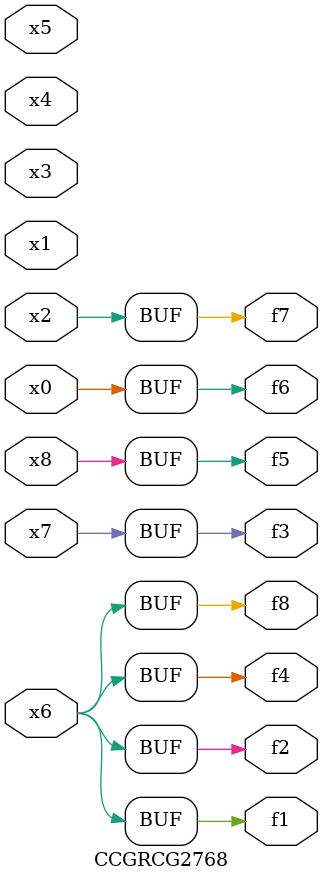
<source format=v>
module CCGRCG2768(
	input x0, x1, x2, x3, x4, x5, x6, x7, x8,
	output f1, f2, f3, f4, f5, f6, f7, f8
);
	assign f1 = x6;
	assign f2 = x6;
	assign f3 = x7;
	assign f4 = x6;
	assign f5 = x8;
	assign f6 = x0;
	assign f7 = x2;
	assign f8 = x6;
endmodule

</source>
